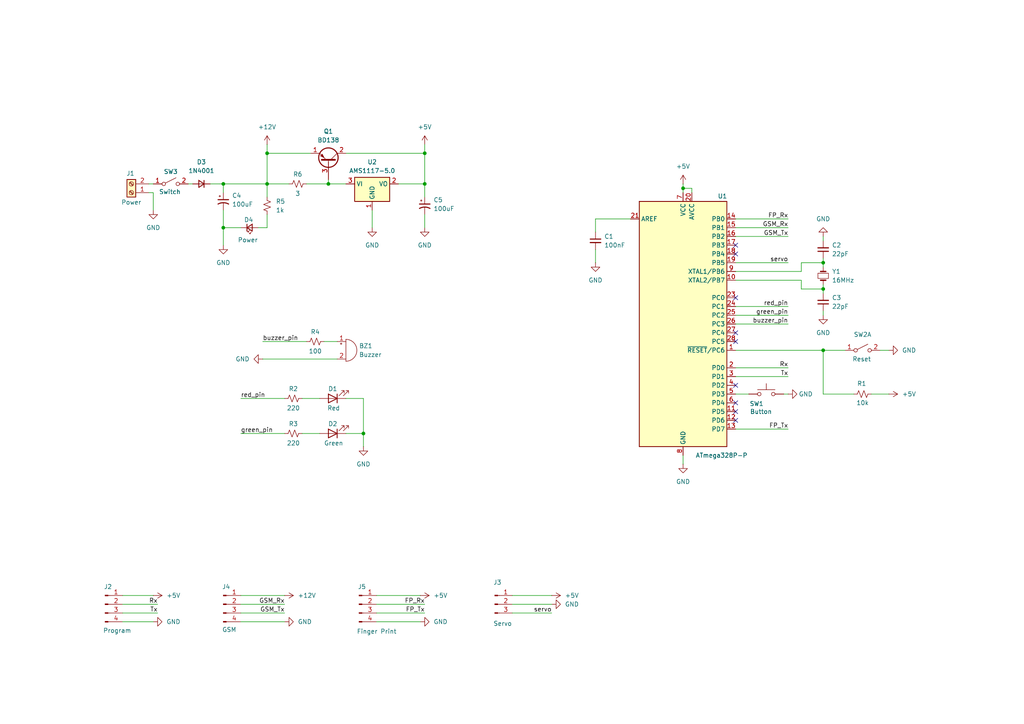
<source format=kicad_sch>
(kicad_sch (version 20231120) (generator "eeschema") (generator_version "8.0")
  (paper "A4")
  (lib_symbols
    (symbol "Connector:Conn_01x03_Pin" (pin_names (offset 1.016) hide)
      (property "Reference" "J" (at 0 5.08 0))
      (property "Value" "Conn_01x03_Pin" (at 0 -5.08 0))
      (symbol "Conn_01x03_Pin_1_1"
        (polyline (pts (xy 1.27 -2.54) (xy 0.8636 -2.54)) (stroke (width 0.1524)))
        (polyline (pts (xy 1.27 0) (xy 0.8636 0)) (stroke (width 0.1524)))
        (polyline (pts (xy 1.27 2.54) (xy 0.8636 2.54)) (stroke (width 0.1524)))
        (rectangle (start 0.8636 -2.413) (end 0 -2.667) (stroke (width 0.1524)) (fill (type outline)))
        (rectangle (start 0.8636 0.127) (end 0 -0.127) (stroke (width 0.1524)) (fill (type outline)))
        (rectangle (start 0.8636 2.667) (end 0 2.413) (stroke (width 0.1524)) (fill (type outline)))
        (pin passive line (at 5.08 2.54 180) (length 3.81) (name "Pin_1") (number "1"))
        (pin passive line (at 5.08 0 180) (length 3.81) (name "Pin_2") (number "2"))
        (pin passive line (at 5.08 -2.54 180) (length 3.81) (name "Pin_3") (number "3"))
      )
    )
    (symbol "Connector:Conn_01x04_Pin" (pin_names (offset 1.016) hide)
      (property "Reference" "J" (at 0 5.08 0))
      (property "Value" "Conn_01x04_Pin" (at 0 -7.62 0))
      (symbol "Conn_01x04_Pin_1_1"
        (polyline (pts (xy 1.27 -5.08) (xy 0.8636 -5.08)) (stroke (width 0.1524)))
        (polyline (pts (xy 1.27 -2.54) (xy 0.8636 -2.54)) (stroke (width 0.1524)))
        (polyline (pts (xy 1.27 0) (xy 0.8636 0)) (stroke (width 0.1524)))
        (polyline (pts (xy 1.27 2.54) (xy 0.8636 2.54)) (stroke (width 0.1524)))
        (rectangle (start 0.8636 -4.953) (end 0 -5.207) (stroke (width 0.1524)) (fill (type outline)))
        (rectangle (start 0.8636 -2.413) (end 0 -2.667) (stroke (width 0.1524)) (fill (type outline)))
        (rectangle (start 0.8636 0.127) (end 0 -0.127) (stroke (width 0.1524)) (fill (type outline)))
        (rectangle (start 0.8636 2.667) (end 0 2.413) (stroke (width 0.1524)) (fill (type outline)))
        (pin passive line (at 5.08 2.54 180) (length 3.81) (name "Pin_1") (number "1"))
        (pin passive line (at 5.08 0 180) (length 3.81) (name "Pin_2") (number "2"))
        (pin passive line (at 5.08 -2.54 180) (length 3.81) (name "Pin_3") (number "3"))
        (pin passive line (at 5.08 -5.08 180) (length 3.81) (name "Pin_4") (number "4"))
      )
    )
    (symbol "Connector:Screw_Terminal_01x02" (pin_names (offset 1.016) hide)
      (property "Reference" "J" (at 0 2.54 0))
      (property "Value" "Screw_Terminal_01x02" (at 0 -5.08 0))
      (symbol "Screw_Terminal_01x02_1_1"
        (rectangle (start -1.27 1.27) (end 1.27 -3.81) (stroke (width 0.254)) (fill (type background)))
        (circle (center 0 -2.54) (radius 0.635) (stroke (width 0.1524)))
        (polyline (pts (xy -0.5334 -2.2098) (xy 0.3302 -3.048)) (stroke (width 0.1524)))
        (polyline (pts (xy -0.5334 0.3302) (xy 0.3302 -0.508)) (stroke (width 0.1524)))
        (polyline (pts (xy -0.3556 -2.032) (xy 0.508 -2.8702)) (stroke (width 0.1524)))
        (polyline (pts (xy -0.3556 0.508) (xy 0.508 -0.3302)) (stroke (width 0.1524)))
        (circle (center 0 0) (radius 0.635) (stroke (width 0.1524)))
        (pin passive line (at -5.08 0 0) (length 3.81) (name "Pin_1") (number "1"))
        (pin passive line (at -5.08 -2.54 0) (length 3.81) (name "Pin_2") (number "2"))
      )
    )
    (symbol "Device:Buzzer" (pin_names (offset 0.0254) hide)
      (property "Reference" "BZ" (at 3.81 1.27 0))
      (property "Value" "Buzzer" (at 3.81 -1.27 0))
      (symbol "Buzzer_0_1"
        (arc (start 0 -3.175) (mid 3.1612 0) (end 0 3.175))
        (polyline (pts (xy -1.651 1.905) (xy -1.143 1.905)))
        (polyline (pts (xy -1.397 2.159) (xy -1.397 1.651)))
        (polyline (pts (xy 0 3.175) (xy 0 -3.175)))
      )
      (symbol "Buzzer_1_1"
        (pin passive line (at -2.54 2.54 0) (length 2.54) (name "+") (number "1"))
        (pin passive line (at -2.54 -2.54 0) (length 2.54) (name "-") (number "2"))
      )
    )
    (symbol "Device:C_Polarized_Small_US" (pin_numbers hide) (pin_names (offset 0.254) hide)
      (property "Reference" "C" (at 0.254 1.778 0))
      (property "Value" "C_Polarized_Small_US" (at 0.254 -2.032 0))
      (symbol "C_Polarized_Small_US_0_1"
        (polyline (pts (xy -1.524 0.508) (xy 1.524 0.508)) (stroke (width 0.3048)))
        (polyline (pts (xy -1.27 1.524) (xy -0.762 1.524)))
        (polyline (pts (xy -1.016 1.27) (xy -1.016 1.778)))
        (arc (start 1.524 -0.762) (mid 0 -0.3734) (end -1.524 -0.762) (stroke (width 0.3048)))
      )
      (symbol "C_Polarized_Small_US_1_1"
        (pin passive line (at 0 2.54 270) (length 2.032) (name "~") (number "1"))
        (pin passive line (at 0 -2.54 90) (length 2.032) (name "~") (number "2"))
      )
    )
    (symbol "Device:C_Small" (pin_numbers hide) (pin_names (offset 0.254) hide)
      (property "Reference" "C" (at 0.254 1.778 0))
      (property "Value" "C_Small" (at 0.254 -2.032 0))
      (symbol "C_Small_0_1"
        (polyline (pts (xy -1.524 -0.508) (xy 1.524 -0.508)) (stroke (width 0.3302)))
        (polyline (pts (xy -1.524 0.508) (xy 1.524 0.508)) (stroke (width 0.3048)))
      )
      (symbol "C_Small_1_1"
        (pin passive line (at 0 2.54 270) (length 2.032) (name "~") (number "1"))
        (pin passive line (at 0 -2.54 90) (length 2.032) (name "~") (number "2"))
      )
    )
    (symbol "Device:Crystal_Small" (pin_numbers hide) (pin_names (offset 1.016) hide)
      (property "Reference" "Y" (at 0 2.54 0))
      (property "Value" "Crystal_Small" (at 0 -2.54 0))
      (symbol "Crystal_Small_0_1"
        (rectangle (start -0.762 -1.524) (end 0.762 1.524))
        (polyline (pts (xy -1.27 -0.762) (xy -1.27 0.762)) (stroke (width 0.381)))
        (polyline (pts (xy 1.27 -0.762) (xy 1.27 0.762)) (stroke (width 0.381)))
      )
      (symbol "Crystal_Small_1_1"
        (pin passive line (at -2.54 0 0) (length 1.27) (name "1") (number "1"))
        (pin passive line (at 2.54 0 180) (length 1.27) (name "2") (number "2"))
      )
    )
    (symbol "Device:D_Small" (pin_numbers hide) (pin_names (offset 0.254) hide)
      (property "Reference" "D" (at -1.27 2.032 0))
      (property "Value" "D_Small" (at -3.81 -2.032 0))
      (symbol "D_Small_0_1"
        (polyline (pts (xy -0.762 -1.016) (xy -0.762 1.016)) (stroke (width 0.254)))
        (polyline (pts (xy -0.762 0) (xy 0.762 0)))
        (polyline (pts (xy 0.762 -1.016) (xy -0.762 0) (xy 0.762 1.016) (xy 0.762 -1.016)) (stroke (width 0.254)))
      )
      (symbol "D_Small_1_1"
        (pin passive line (at -2.54 0 0) (length 1.778) (name "K") (number "1"))
        (pin passive line (at 2.54 0 180) (length 1.778) (name "A") (number "2"))
      )
    )
    (symbol "Device:LED" (pin_numbers hide) (pin_names (offset 1.016) hide)
      (property "Reference" "D" (at 0 2.54 0))
      (property "Value" "LED" (at 0 -2.54 0))
      (symbol "LED_0_1"
        (polyline (pts (xy -1.27 -1.27) (xy -1.27 1.27)) (stroke (width 0.254)))
        (polyline (pts (xy -1.27 0) (xy 1.27 0)))
        (polyline (pts (xy 1.27 -1.27) (xy 1.27 1.27) (xy -1.27 0) (xy 1.27 -1.27)) (stroke (width 0.254)))
        (polyline (pts (xy -3.048 -0.762) (xy -4.572 -2.286) (xy -3.81 -2.286) (xy -4.572 -2.286) (xy -4.572 -1.524)))
        (polyline (pts (xy -1.778 -0.762) (xy -3.302 -2.286) (xy -2.54 -2.286) (xy -3.302 -2.286) (xy -3.302 -1.524)))
      )
      (symbol "LED_1_1"
        (pin passive line (at -3.81 0 0) (length 2.54) (name "K") (number "1"))
        (pin passive line (at 3.81 0 180) (length 2.54) (name "A") (number "2"))
      )
    )
    (symbol "Device:LED_Small" (pin_numbers hide) (pin_names (offset 0.254) hide)
      (property "Reference" "D" (at -1.27 3.175 0))
      (property "Value" "LED_Small" (at -4.445 -2.54 0))
      (symbol "LED_Small_0_1"
        (polyline (pts (xy -0.762 -1.016) (xy -0.762 1.016)) (stroke (width 0.254)))
        (polyline (pts (xy 1.016 0) (xy -0.762 0)))
        (polyline (pts (xy 0.762 -1.016) (xy -0.762 0) (xy 0.762 1.016) (xy 0.762 -1.016)) (stroke (width 0.254)))
        (polyline (pts (xy 0 0.762) (xy -0.508 1.27) (xy -0.254 1.27) (xy -0.508 1.27) (xy -0.508 1.016)))
        (polyline (pts (xy 0.508 1.27) (xy 0 1.778) (xy 0.254 1.778) (xy 0 1.778) (xy 0 1.524)))
      )
      (symbol "LED_Small_1_1"
        (pin passive line (at -2.54 0 0) (length 1.778) (name "K") (number "1"))
        (pin passive line (at 2.54 0 180) (length 1.778) (name "A") (number "2"))
      )
    )
    (symbol "Device:R_Small_US" (pin_numbers hide) (pin_names (offset 0.254) hide)
      (property "Reference" "R" (at 0.762 0.508 0))
      (property "Value" "R_Small_US" (at 0.762 -1.016 0))
      (symbol "R_Small_US_1_1"
        (polyline (pts (xy 0 0) (xy 1.016 -0.381) (xy 0 -0.762) (xy -1.016 -1.143) (xy 0 -1.524)))
        (polyline (pts (xy 0 1.524) (xy 1.016 1.143) (xy 0 0.762) (xy -1.016 0.381) (xy 0 0)))
        (pin passive line (at 0 2.54 270) (length 1.016) (name "~") (number "1"))
        (pin passive line (at 0 -2.54 90) (length 1.016) (name "~") (number "2"))
      )
    )
    (symbol "MCU_Microchip_ATmega:ATmega328P-P"
      (property "Reference" "U" (at -12.7 36.83 0))
      (property "Value" "ATmega328P-P" (at 2.54 -36.83 0))
      (symbol "ATmega328P-P_0_1"
        (rectangle (start -12.7 -35.56) (end 12.7 35.56) (stroke (width 0.254)) (fill (type background)))
      )
      (symbol "ATmega328P-P_1_1"
        (pin bidirectional line (at 15.24 -7.62 180) (length 2.54) (name "~{RESET}/PC6") (number "1"))
        (pin bidirectional line (at 15.24 12.7 180) (length 2.54) (name "XTAL2/PB7") (number "10"))
        (pin bidirectional line (at 15.24 -25.4 180) (length 2.54) (name "PD5") (number "11"))
        (pin bidirectional line (at 15.24 -27.94 180) (length 2.54) (name "PD6") (number "12"))
        (pin bidirectional line (at 15.24 -30.48 180) (length 2.54) (name "PD7") (number "13"))
        (pin bidirectional line (at 15.24 30.48 180) (length 2.54) (name "PB0") (number "14"))
        (pin bidirectional line (at 15.24 27.94 180) (length 2.54) (name "PB1") (number "15"))
        (pin bidirectional line (at 15.24 25.4 180) (length 2.54) (name "PB2") (number "16"))
        (pin bidirectional line (at 15.24 22.86 180) (length 2.54) (name "PB3") (number "17"))
        (pin bidirectional line (at 15.24 20.32 180) (length 2.54) (name "PB4") (number "18"))
        (pin bidirectional line (at 15.24 17.78 180) (length 2.54) (name "PB5") (number "19"))
        (pin bidirectional line (at 15.24 -12.7 180) (length 2.54) (name "PD0") (number "2"))
        (pin power_in line (at 2.54 38.1 270) (length 2.54) (name "AVCC") (number "20"))
        (pin passive line (at -15.24 30.48 0) (length 2.54) (name "AREF") (number "21"))
        (pin passive line (at 0 -38.1 90) (length 2.54) hide (name "GND") (number "22"))
        (pin bidirectional line (at 15.24 7.62 180) (length 2.54) (name "PC0") (number "23"))
        (pin bidirectional line (at 15.24 5.08 180) (length 2.54) (name "PC1") (number "24"))
        (pin bidirectional line (at 15.24 2.54 180) (length 2.54) (name "PC2") (number "25"))
        (pin bidirectional line (at 15.24 0 180) (length 2.54) (name "PC3") (number "26"))
        (pin bidirectional line (at 15.24 -2.54 180) (length 2.54) (name "PC4") (number "27"))
        (pin bidirectional line (at 15.24 -5.08 180) (length 2.54) (name "PC5") (number "28"))
        (pin bidirectional line (at 15.24 -15.24 180) (length 2.54) (name "PD1") (number "3"))
        (pin bidirectional line (at 15.24 -17.78 180) (length 2.54) (name "PD2") (number "4"))
        (pin bidirectional line (at 15.24 -20.32 180) (length 2.54) (name "PD3") (number "5"))
        (pin bidirectional line (at 15.24 -22.86 180) (length 2.54) (name "PD4") (number "6"))
        (pin power_in line (at 0 38.1 270) (length 2.54) (name "VCC") (number "7"))
        (pin power_in line (at 0 -38.1 90) (length 2.54) (name "GND") (number "8"))
        (pin bidirectional line (at 15.24 15.24 180) (length 2.54) (name "XTAL1/PB6") (number "9"))
      )
    )
    (symbol "Regulator_Linear:AMS1117-5.0"
      (property "Reference" "U" (at -3.81 3.175 0))
      (property "Value" "AMS1117-5.0" (at 0 3.175 0))
      (symbol "AMS1117-5.0_0_1"
        (rectangle (start -5.08 -5.08) (end 5.08 1.905) (stroke (width 0.254)) (fill (type background)))
      )
      (symbol "AMS1117-5.0_1_1"
        (pin power_in line (at 0 -7.62 90) (length 2.54) (name "GND") (number "1"))
        (pin power_out line (at 7.62 0 180) (length 2.54) (name "VO") (number "2"))
        (pin power_in line (at -7.62 0 0) (length 2.54) (name "VI") (number "3"))
      )
    )
    (symbol "Switch:SW_DPST_x2" (pin_names (offset 0) hide)
      (property "Reference" "SW" (at 0 3.175 0))
      (property "Value" "SW_DPST_x2" (at 0 -2.54 0))
      (symbol "SW_DPST_x2_0_0"
        (circle (center -2.032 0) (radius 0.508))
        (polyline (pts (xy -1.524 0.254) (xy 1.524 1.778)))
        (circle (center 2.032 0) (radius 0.508))
      )
      (symbol "SW_DPST_x2_1_1"
        (pin passive line (at -5.08 0 0) (length 2.54) (name "A") (number "1"))
        (pin passive line (at 5.08 0 180) (length 2.54) (name "B") (number "2"))
      )
      (symbol "SW_DPST_x2_2_1"
        (pin passive line (at -5.08 0 0) (length 2.54) (name "A") (number "3"))
        (pin passive line (at 5.08 0 180) (length 2.54) (name "B") (number "4"))
      )
    )
    (symbol "Switch:SW_Push" (pin_numbers hide) (pin_names (offset 1.016) hide)
      (property "Reference" "SW" (at 1.27 2.54 0))
      (property "Value" "SW_Push" (at 0 -1.524 0))
      (symbol "SW_Push_0_1"
        (circle (center -2.032 0) (radius 0.508))
        (polyline (pts (xy 0 1.27) (xy 0 3.048)))
        (polyline (pts (xy 2.54 1.27) (xy -2.54 1.27)))
        (circle (center 2.032 0) (radius 0.508))
        (pin passive line (at -5.08 0 0) (length 2.54) (name "1") (number "1"))
        (pin passive line (at 5.08 0 180) (length 2.54) (name "2") (number "2"))
      )
    )
    (symbol "Switch:SW_SPST" (pin_names (offset 0) hide)
      (property "Reference" "SW" (at 0 3.175 0))
      (property "Value" "SW_SPST" (at 0 -2.54 0))
      (symbol "SW_SPST_0_0"
        (circle (center -2.032 0) (radius 0.508))
        (polyline (pts (xy -1.524 0.254) (xy 1.524 1.778)))
        (circle (center 2.032 0) (radius 0.508))
      )
      (symbol "SW_SPST_1_1"
        (pin passive line (at -5.08 0 0) (length 2.54) (name "A") (number "1"))
        (pin passive line (at 5.08 0 180) (length 2.54) (name "B") (number "2"))
      )
    )
    (symbol "Transistor_BJT:BD138" (pin_names (offset 0) hide)
      (property "Reference" "Q" (at 5.08 1.905 0))
      (property "Value" "BD138" (at 5.08 0 0))
      (symbol "BD138_0_1"
        (polyline (pts (xy 0 0) (xy 0.635 0)))
        (polyline (pts (xy 2.54 -2.54) (xy 0.635 -0.635)))
        (polyline (pts (xy 2.54 2.54) (xy 0.635 0.635)))
        (polyline (pts (xy 0.635 1.905) (xy 0.635 -1.905) (xy 0.635 -1.905)) (stroke (width 0.508)) (fill (type outline)))
        (polyline (pts (xy 1.778 -2.286) (xy 2.286 -1.778) (xy 1.27 -1.27) (xy 1.778 -2.286) (xy 1.778 -2.286)) (fill (type outline)))
        (circle (center 1.27 0) (radius 2.8194) (stroke (width 0.3048)))
      )
      (symbol "BD138_1_1"
        (pin passive line (at 2.54 -5.08 90) (length 2.54) (name "E") (number "1"))
        (pin passive line (at 2.54 5.08 270) (length 2.54) (name "C") (number "2"))
        (pin input line (at -5.08 0 0) (length 5.08) (name "B") (number "3"))
      )
    )
    (symbol "power:+12V" (power) (pin_numbers hide) (pin_names (offset 0) hide)
      (property "Value" "+12V" (at 0 3.556 0))
      (symbol "+12V_0_1"
        (polyline (pts (xy -0.762 1.27) (xy 0 2.54)))
        (polyline (pts (xy 0 0) (xy 0 2.54)))
        (polyline (pts (xy 0 2.54) (xy 0.762 1.27)))
      )
      (symbol "+12V_1_1"
        (pin power_in line (at 0 0 90) (length 0) (name "~") (number "1"))
      )
    )
    (symbol "power:+3.3V" (power) (pin_numbers hide) (pin_names (offset 0) hide)
      (property "Value" "+3.3V" (at 0 3.556 0))
      (symbol "+3.3V_0_1"
        (polyline (pts (xy -0.762 1.27) (xy 0 2.54)))
        (polyline (pts (xy 0 0) (xy 0 2.54)))
        (polyline (pts (xy 0 2.54) (xy 0.762 1.27)))
      )
      (symbol "+3.3V_1_1"
        (pin power_in line (at 0 0 90) (length 0) (name "~") (number "1"))
      )
    )
    (symbol "power:+5V" (power) (pin_numbers hide) (pin_names (offset 0) hide)
      (property "Value" "+5V" (at 0 3.556 0))
      (symbol "+5V_0_1"
        (polyline (pts (xy -0.762 1.27) (xy 0 2.54)))
        (polyline (pts (xy 0 0) (xy 0 2.54)))
        (polyline (pts (xy 0 2.54) (xy 0.762 1.27)))
      )
      (symbol "+5V_1_1"
        (pin power_in line (at 0 0 90) (length 0) (name "~") (number "1"))
      )
    )
    (symbol "power:GND" (power) (pin_numbers hide) (pin_names (offset 0) hide)
      (property "Value" "GND" (at 0 -3.81 0))
      (symbol "GND_0_1"
        (polyline (pts (xy 0 0) (xy 0 -1.27) (xy 1.27 -1.27) (xy 0 -2.54) (xy -1.27 -1.27) (xy 0 -1.27)))
      )
      (symbol "GND_1_1"
        (pin power_in line (at 0 0 270) (length 0) (name "~") (number "1"))
      )
    )
  )
  (junction (at 105.41 125.73))
  (junction (at 77.47 44.45))
  (junction (at 64.77 66.04))
  (junction (at 77.47 53.34))
  (junction (at 64.77 53.34))
  (junction (at 95.25 53.34))
  (junction (at 238.76 83.82))
  (junction (at 198.12 54.61))
  (junction (at 123.19 53.34))
  (junction (at 123.19 44.45))
  (junction (at 238.76 101.6))
  (junction (at 238.76 76.2))
  (no_connect (at 213.36 73.66))
  (no_connect (at 213.36 116.84))
  (no_connect (at 213.36 121.92))
  (no_connect (at 213.36 111.76))
  (no_connect (at 213.36 119.38))
  (no_connect (at 213.36 86.36))
  (no_connect (at 213.36 71.12))
  (no_connect (at 213.36 96.52))
  (no_connect (at 213.36 99.06))
  (wire (pts (xy 123.19 62.23) (xy 123.19 66.04)))
  (wire (pts (xy 247.65 114.3) (xy 238.76 114.3)))
  (wire (pts (xy 60.96 53.34) (xy 64.77 53.34)))
  (wire (pts (xy 232.41 76.2) (xy 232.41 78.74)))
  (wire (pts (xy 115.57 53.34) (xy 123.19 53.34)))
  (wire (pts (xy 213.36 124.46) (xy 228.6 124.46)))
  (wire (pts (xy 69.85 66.04) (xy 64.77 66.04)))
  (wire (pts (xy 69.85 115.57) (xy 82.55 115.57)))
  (wire (pts (xy 148.59 177.8) (xy 160.02 177.8)))
  (wire (pts (xy 77.47 66.04) (xy 77.47 62.23)))
  (wire (pts (xy 200.66 55.88) (xy 200.66 54.61)))
  (wire (pts (xy 95.25 53.34) (xy 100.33 53.34)))
  (wire (pts (xy 172.72 72.39) (xy 172.72 76.2)))
  (wire (pts (xy 238.76 82.55) (xy 238.76 83.82)))
  (wire (pts (xy 238.76 76.2) (xy 232.41 76.2)))
  (wire (pts (xy 54.61 53.34) (xy 55.88 53.34)))
  (wire (pts (xy 77.47 53.34) (xy 77.47 57.15)))
  (wire (pts (xy 100.33 44.45) (xy 123.19 44.45)))
  (wire (pts (xy 238.76 68.58) (xy 238.76 69.85)))
  (wire (pts (xy 213.36 88.9) (xy 228.6 88.9)))
  (wire (pts (xy 105.41 115.57) (xy 105.41 125.73)))
  (wire (pts (xy 198.12 54.61) (xy 198.12 55.88)))
  (wire (pts (xy 198.12 132.08) (xy 198.12 134.62)))
  (wire (pts (xy 93.98 99.06) (xy 97.79 99.06)))
  (wire (pts (xy 77.47 53.34) (xy 83.82 53.34)))
  (wire (pts (xy 238.76 74.93) (xy 238.76 76.2)))
  (wire (pts (xy 76.2 104.14) (xy 97.79 104.14)))
  (wire (pts (xy 69.85 177.8) (xy 82.55 177.8)))
  (wire (pts (xy 35.56 172.72) (xy 44.45 172.72)))
  (wire (pts (xy 238.76 76.2) (xy 238.76 77.47)))
  (wire (pts (xy 232.41 78.74) (xy 213.36 78.74)))
  (wire (pts (xy 200.66 54.61) (xy 198.12 54.61)))
  (wire (pts (xy 69.85 180.34) (xy 82.55 180.34)))
  (wire (pts (xy 87.63 125.73) (xy 92.71 125.73)))
  (wire (pts (xy 213.36 109.22) (xy 228.6 109.22)))
  (wire (pts (xy 213.36 93.98) (xy 228.6 93.98)))
  (wire (pts (xy 95.25 52.07) (xy 95.25 53.34)))
  (wire (pts (xy 213.36 106.68) (xy 228.6 106.68)))
  (wire (pts (xy 213.36 76.2) (xy 228.6 76.2)))
  (wire (pts (xy 232.41 81.28) (xy 232.41 83.82)))
  (wire (pts (xy 238.76 114.3) (xy 238.76 101.6)))
  (wire (pts (xy 109.22 172.72) (xy 121.92 172.72)))
  (wire (pts (xy 76.2 99.06) (xy 88.9 99.06)))
  (wire (pts (xy 44.45 55.88) (xy 43.18 55.88)))
  (wire (pts (xy 227.33 114.3) (xy 228.6 114.3)))
  (wire (pts (xy 64.77 53.34) (xy 64.77 55.88)))
  (wire (pts (xy 35.56 175.26) (xy 45.72 175.26)))
  (wire (pts (xy 213.36 81.28) (xy 232.41 81.28)))
  (wire (pts (xy 213.36 66.04) (xy 228.6 66.04)))
  (wire (pts (xy 238.76 83.82) (xy 238.76 85.09)))
  (wire (pts (xy 44.45 55.88) (xy 44.45 60.96)))
  (wire (pts (xy 107.95 60.96) (xy 107.95 66.04)))
  (wire (pts (xy 182.88 63.5) (xy 172.72 63.5)))
  (wire (pts (xy 213.36 68.58) (xy 228.6 68.58)))
  (wire (pts (xy 109.22 175.26) (xy 123.19 175.26)))
  (wire (pts (xy 35.56 180.34) (xy 44.45 180.34)))
  (wire (pts (xy 74.93 66.04) (xy 77.47 66.04)))
  (wire (pts (xy 172.72 63.5) (xy 172.72 67.31)))
  (wire (pts (xy 77.47 44.45) (xy 90.17 44.45)))
  (wire (pts (xy 123.19 41.91) (xy 123.19 44.45)))
  (wire (pts (xy 213.36 101.6) (xy 238.76 101.6)))
  (wire (pts (xy 232.41 83.82) (xy 238.76 83.82)))
  (wire (pts (xy 100.33 115.57) (xy 105.41 115.57)))
  (wire (pts (xy 148.59 172.72) (xy 160.02 172.72)))
  (wire (pts (xy 77.47 44.45) (xy 77.47 53.34)))
  (wire (pts (xy 123.19 53.34) (xy 123.19 57.15)))
  (wire (pts (xy 64.77 66.04) (xy 64.77 71.12)))
  (wire (pts (xy 252.73 114.3) (xy 257.81 114.3)))
  (wire (pts (xy 148.59 175.26) (xy 160.02 175.26)))
  (wire (pts (xy 87.63 115.57) (xy 92.71 115.57)))
  (wire (pts (xy 69.85 172.72) (xy 82.55 172.72)))
  (wire (pts (xy 88.9 53.34) (xy 95.25 53.34)))
  (wire (pts (xy 238.76 101.6) (xy 245.11 101.6)))
  (wire (pts (xy 100.33 125.73) (xy 105.41 125.73)))
  (wire (pts (xy 105.41 125.73) (xy 105.41 129.54)))
  (wire (pts (xy 44.45 53.34) (xy 43.18 53.34)))
  (wire (pts (xy 35.56 177.8) (xy 45.72 177.8)))
  (wire (pts (xy 238.76 90.17) (xy 238.76 91.44)))
  (wire (pts (xy 123.19 44.45) (xy 123.19 53.34)))
  (wire (pts (xy 213.36 63.5) (xy 228.6 63.5)))
  (wire (pts (xy 255.27 101.6) (xy 257.81 101.6)))
  (wire (pts (xy 69.85 175.26) (xy 82.55 175.26)))
  (wire (pts (xy 64.77 66.04) (xy 64.77 60.96)))
  (wire (pts (xy 198.12 54.61) (xy 198.12 53.34)))
  (wire (pts (xy 213.36 114.3) (xy 217.17 114.3)))
  (wire (pts (xy 77.47 41.91) (xy 77.47 44.45)))
  (wire (pts (xy 69.85 125.73) (xy 82.55 125.73)))
  (wire (pts (xy 64.77 53.34) (xy 77.47 53.34)))
  (wire (pts (xy 109.22 180.34) (xy 121.92 180.34)))
  (wire (pts (xy 109.22 177.8) (xy 123.19 177.8)))
  (wire (pts (xy 213.36 91.44) (xy 228.6 91.44)))
  (label "FP_Rx" (at 228.6 63.5 180))
  (label "GSM_Tx" (at 228.6 68.58 180))
  (label "servo" (at 228.6 76.2 180))
  (label "FP_Tx" (at 123.19 177.8 180))
  (label "servo" (at 160.02 177.8 180))
  (label "green_pin" (at 228.6 91.44 180))
  (label "Tx" (at 228.6 109.22 180))
  (label "Tx" (at 45.72 177.8 180))
  (label "Rx" (at 45.72 175.26 180))
  (label "buzzer_pin" (at 228.6 93.98 180))
  (label "red_pin" (at 228.6 88.9 180))
  (label "FP_Tx" (at 228.6 124.46 180))
  (label "GSM_Tx" (at 82.55 177.8 180))
  (label "Rx" (at 228.6 106.68 180))
  (label "buzzer_pin" (at 76.2 99.06 0))
  (label "FP_Rx" (at 123.19 175.26 180))
  (label "GSM_Rx" (at 228.6 66.04 180))
  (label "green_pin" (at 69.85 125.73 0))
  (label "GSM_Rx" (at 82.55 175.26 180))
  (label "red_pin" (at 69.85 115.57 0))
  (symbol (lib_id "power:GND") (at 44.45 180.34 90) (unit 1)
    (property "Reference" "#PWR018" (effects (hide yes)))
    (property "Value" "GND" (at 48.26 180.3399 90) (effects (justify right)))
    (property "Description" "Power symbol creates a global label with name \"GND\" , ground" (effects (hide yes)))
  )
  (symbol (lib_id "Device:R_Small_US") (at 77.47 59.69 0) (unit 1)
    (property "Reference" "R5" (at 80.01 58.4199 0) (effects (justify left)))
    (property "Value" "1k" (at 80.01 60.9599 0) (effects (justify left)))
    (property "Footprint" "Resistor_THT:R_Axial_DIN0207_L6.3mm_D2.5mm_P10.16mm_Horizontal" (effects (hide yes)))
    (property "Description" "Resistor, small US symbol" (effects (hide yes)))
  )
  (symbol (lib_id "power:GND") (at 76.2 104.14 270) (unit 1)
    (property "Reference" "#PWR09" (effects (hide yes)))
    (property "Value" "GND" (at 72.39 104.1399 90) (effects (justify right)))
    (property "Description" "Power symbol creates a global label with name \"GND\" , ground" (effects (hide yes)))
  )
  (symbol (lib_id "Connector:Conn_01x03_Pin") (at 143.51 175.26 0) (unit 1)
    (property "Reference" "J3" (at 144.272 168.91 0))
    (property "Value" "Servo" (at 145.796 180.848 0))
    (property "Footprint" "Connector_PinHeader_2.54mm:PinHeader_1x03_P2.54mm_Vertical" (effects (hide yes)))
    (property "Description" "Generic connector, single row, 01x03, script generated" (effects (hide yes)))
  )
  (symbol (lib_id "power:GND") (at 228.6 114.3 90) (unit 1)
    (property "Reference" "#PWR04" (effects (hide yes)))
    (property "Value" "GND" (at 231.648 114.3 90) (effects (justify right)))
    (property "Description" "Power symbol creates a global label with name \"GND\" , ground" (effects (hide yes)))
  )
  (symbol (lib_id "Device:C_Polarized_Small_US") (at 123.19 59.69 0) (unit 1)
    (property "Reference" "C5" (at 125.73 57.9881 0) (effects (justify left)))
    (property "Value" "100uF" (at 125.73 60.5281 0) (effects (justify left)))
    (property "Footprint" "Capacitor_THT:CP_Radial_D5.0mm_P2.50mm" (effects (hide yes)))
    (property "Description" "Polarized capacitor, small US symbol" (effects (hide yes)))
  )
  (symbol (lib_id "Device:R_Small_US") (at 85.09 125.73 90) (unit 1)
    (property "Reference" "R3" (at 85.09 122.936 90))
    (property "Value" "220" (at 85.09 128.524 90))
    (property "Footprint" "Resistor_THT:R_Axial_DIN0207_L6.3mm_D2.5mm_P10.16mm_Horizontal" (effects (hide yes)))
    (property "Description" "Resistor, small US symbol" (effects (hide yes)))
  )
  (symbol (lib_id "Switch:SW_DPST_x2") (at 250.19 101.6 0) (unit 1)
    (property "Reference" "SW2" (at 250.19 97.028 0))
    (property "Value" "Reset" (at 249.936 104.14 0))
    (property "Footprint" "Button_Switch_THT:SW_PUSH_6mm" (effects (hide yes)))
    (property "Description" "Single Pole Single Throw (SPST) switch, separate symbol" (effects (hide yes)))
  )
  (symbol (lib_id "power:GND") (at 238.76 91.44 0) (unit 1)
    (property "Reference" "#PWR06" (effects (hide yes)))
    (property "Value" "GND" (at 238.76 96.52 0))
    (property "Description" "Power symbol creates a global label with name \"GND\" , ground" (effects (hide yes)))
  )
  (symbol (lib_id "power:GND") (at 238.76 68.58 180) (unit 1)
    (property "Reference" "#PWR05" (effects (hide yes)))
    (property "Value" "GND" (at 238.76 63.5 0))
    (property "Description" "Power symbol creates a global label with name \"GND\" , ground" (effects (hide yes)))
  )
  (symbol (lib_id "power:GND") (at 257.81 101.6 90) (unit 1)
    (property "Reference" "#PWR07" (effects (hide yes)))
    (property "Value" "GND" (at 261.62 101.5999 90) (effects (justify right)))
    (property "Description" "Power symbol creates a global label with name \"GND\" , ground" (effects (hide yes)))
  )
  (symbol (lib_id "Connector:Conn_01x04_Pin") (at 104.14 175.26 0) (unit 1)
    (property "Reference" "J5" (at 106.172 170.18 0) (effects (justify right)))
    (property "Value" "Finger Print" (at 115.062 183.134 0) (effects (justify right)))
    (property "Footprint" "Connector_PinHeader_2.54mm:PinHeader_1x04_P2.54mm_Vertical" (effects (hide yes)))
    (property "Description" "Generic connector, single row, 01x04, script generated" (effects (hide yes)))
  )
  (symbol (lib_id "power:+5V") (at 44.45 172.72 270) (unit 1)
    (property "Reference" "#PWR017" (effects (hide yes)))
    (property "Value" "+5V" (at 48.26 172.7199 90) (effects (justify left)))
    (property "Description" "Power symbol creates a global label with name \"+5V\"" (effects (hide yes)))
  )
  (symbol (lib_id "Switch:SW_SPST") (at 49.53 53.34 0) (unit 1)
    (property "Reference" "SW3" (at 49.53 49.784 0))
    (property "Value" "Switch" (at 49.276 55.626 0))
    (property "Footprint" "TestPoint:TestPoint_2Pads_Pitch2.54mm_Drill0.8mm" (effects (hide yes)))
    (property "Description" "Single Pole Single Throw (SPST) switch" (effects (hide yes)))
  )
  (symbol (lib_id "power:GND") (at 121.92 180.34 90) (unit 1)
    (property "Reference" "#PWR024" (effects (hide yes)))
    (property "Value" "GND" (at 125.73 180.3399 90) (effects (justify right)))
    (property "Description" "Power symbol creates a global label with name \"GND\" , ground" (effects (hide yes)))
  )
  (symbol (lib_id "power:GND") (at 44.45 60.96 0) (unit 1)
    (property "Reference" "#PWR011" (effects (hide yes)))
    (property "Value" "GND" (at 44.45 66.04 0))
    (property "Description" "Power symbol creates a global label with name \"GND\" , ground" (effects (hide yes)))
  )
  (symbol (lib_id "Transistor_BJT:BD138") (at 95.25 46.99 270) (mirror x) (unit 1)
    (property "Reference" "Q1" (at 95.25 38.1 90))
    (property "Value" "BD138" (at 95.25 40.64 90))
    (property "Footprint" "Package_TO_SOT_THT:TO-126-3_Vertical" (effects (hide yes)))
    (property "Datasheet" "http://www.st.com/internet/com/TECHNICAL_RESOURCES/TECHNICAL_LITERATURE/DATASHEET/CD00001225.pdf" (effects (hide yes)))
    (property "Description" "1.5A Ic, 60V Vce, Low Voltage Transistor, TO-126" (effects (hide yes)))
  )
  (symbol (lib_id "Device:C_Small") (at 172.72 69.85 0) (unit 1)
    (property "Reference" "C1" (at 175.26 68.5862 0) (effects (justify left)))
    (property "Value" "100nF" (at 175.26 71.1262 0) (effects (justify left)))
    (property "Footprint" "Capacitor_THT:C_Disc_D3.0mm_W1.6mm_P2.50mm" (effects (hide yes)))
    (property "Description" "Unpolarized capacitor, small symbol" (effects (hide yes)))
  )
  (symbol (lib_id "power:+5V") (at 257.81 114.3 270) (unit 1)
    (property "Reference" "#PWR08" (effects (hide yes)))
    (property "Value" "+5V" (at 261.62 114.2999 90) (effects (justify left)))
    (property "Description" "Power symbol creates a global label with name \"+5V\"" (effects (hide yes)))
  )
  (symbol (lib_id "power:+3.3V") (at 123.19 41.91 0) (unit 1)
    (property "Reference" "#PWR015" (effects (hide yes)))
    (property "Value" "+5V" (at 123.19 36.83 0))
    (property "Description" "Power symbol creates a global label with name \"+3.3V\"" (effects (hide yes)))
  )
  (symbol (lib_id "Device:C_Small") (at 238.76 87.63 180) (unit 1)
    (property "Reference" "C3" (at 241.3 86.3535 0) (effects (justify right)))
    (property "Value" "22pF" (at 241.3 88.8935 0) (effects (justify right)))
    (property "Footprint" "Capacitor_THT:C_Disc_D3.0mm_W1.6mm_P2.50mm" (effects (hide yes)))
    (property "Description" "Unpolarized capacitor, small symbol" (effects (hide yes)))
  )
  (symbol (lib_id "Device:C_Small") (at 238.76 72.39 180) (unit 1)
    (property "Reference" "C2" (at 241.3 71.1135 0) (effects (justify right)))
    (property "Value" "22pF" (at 241.3 73.6535 0) (effects (justify right)))
    (property "Footprint" "Capacitor_THT:C_Disc_D3.0mm_W1.6mm_P2.50mm" (effects (hide yes)))
    (property "Description" "Unpolarized capacitor, small symbol" (effects (hide yes)))
  )
  (symbol (lib_id "power:+12V") (at 82.55 172.72 270) (unit 1)
    (property "Reference" "#PWR021" (effects (hide yes)))
    (property "Value" "+12V" (at 86.36 172.7199 90) (effects (justify left)))
    (property "Description" "Power symbol creates a global label with name \"+12V\"" (effects (hide yes)))
  )
  (symbol (lib_id "Device:Buzzer") (at 100.33 101.6 0) (unit 1)
    (property "Reference" "BZ1" (at 104.14 100.3299 0) (effects (justify left)))
    (property "Value" "Buzzer" (at 104.14 102.8699 0) (effects (justify left)))
    (property "Footprint" "Buzzer_Beeper:Buzzer_12x9.5RM7.6" (effects (hide yes)))
    (property "Description" "Buzzer, polarized" (effects (hide yes)))
  )
  (symbol (lib_id "power:GND") (at 198.12 134.62 0) (unit 1)
    (property "Reference" "#PWR03" (effects (hide yes)))
    (property "Value" "GND" (at 198.12 139.7 0))
    (property "Description" "Power symbol creates a global label with name \"GND\" , ground" (effects (hide yes)))
  )
  (symbol (lib_id "Connector:Conn_01x04_Pin") (at 30.48 175.26 0) (unit 1)
    (property "Reference" "J2" (at 32.512 170.18 0) (effects (justify right)))
    (property "Value" "Program" (at 38.1 182.88 0) (effects (justify right)))
    (property "Footprint" "Connector_PinHeader_2.54mm:PinHeader_1x04_P2.54mm_Vertical" (effects (hide yes)))
    (property "Description" "Generic connector, single row, 01x04, script generated" (effects (hide yes)))
  )
  (symbol (lib_id "Device:C_Polarized_Small_US") (at 64.77 58.42 0) (unit 1)
    (property "Reference" "C4" (at 67.31 56.7181 0) (effects (justify left)))
    (property "Value" "100uF" (at 67.31 59.2581 0) (effects (justify left)))
    (property "Footprint" "Capacitor_THT:CP_Radial_D5.0mm_P2.50mm" (effects (hide yes)))
    (property "Description" "Polarized capacitor, small US symbol" (effects (hide yes)))
  )
  (symbol (lib_id "Device:R_Small_US") (at 250.19 114.3 90) (unit 1)
    (property "Reference" "R1" (at 249.936 111.252 90))
    (property "Value" "10k" (at 250.19 116.84 90))
    (property "Footprint" "Resistor_THT:R_Axial_DIN0207_L6.3mm_D2.5mm_P10.16mm_Horizontal" (effects (hide yes)))
    (property "Description" "Resistor, small US symbol" (effects (hide yes)))
  )
  (symbol (lib_id "Switch:SW_Push") (at 222.25 114.3 0) (unit 1)
    (property "Reference" "SW1" (at 219.456 117.094 0))
    (property "Value" "Button" (at 220.726 119.38 0))
    (property "Footprint" "TestPoint:TestPoint_2Pads_Pitch2.54mm_Drill0.8mm" (effects (hide yes)))
    (property "Description" "Push button switch, generic, two pins" (effects (hide yes)))
  )
  (symbol (lib_id "power:+5V") (at 160.02 172.72 270) (unit 1)
    (property "Reference" "#PWR019" (effects (hide yes)))
    (property "Value" "+5V" (at 163.83 172.7199 90) (effects (justify left)))
    (property "Description" "Power symbol creates a global label with name \"+5V\"" (effects (hide yes)))
  )
  (symbol (lib_id "Connector:Conn_01x04_Pin") (at 64.77 175.26 0) (unit 1)
    (property "Reference" "J4" (at 66.802 170.18 0) (effects (justify right)))
    (property "Value" "GSM" (at 68.58 182.626 0) (effects (justify right)))
    (property "Footprint" "Connector_PinHeader_2.54mm:PinHeader_1x04_P2.54mm_Vertical" (effects (hide yes)))
    (property "Description" "Generic connector, single row, 01x04, script generated" (effects (hide yes)))
  )
  (symbol (lib_id "Device:LED") (at 96.52 115.57 180) (unit 1)
    (property "Reference" "D1" (at 96.52 112.776 0))
    (property "Value" "Red" (at 96.774 118.364 0))
    (property "Footprint" "LED_THT:LED_D3.0mm" (effects (hide yes)))
    (property "Description" "Light emitting diode" (effects (hide yes)))
  )
  (symbol (lib_id "power:+5V") (at 198.12 53.34 0) (unit 1)
    (property "Reference" "#PWR02" (effects (hide yes)))
    (property "Value" "+5V" (at 198.12 48.26 0))
    (property "Description" "Power symbol creates a global label with name \"+5V\"" (effects (hide yes)))
  )
  (symbol (lib_id "Device:LED_Small") (at 72.39 66.04 0) (mirror x) (unit 1)
    (property "Reference" "D4" (at 72.136 63.754 0))
    (property "Value" "Power" (at 71.882 69.596 0))
    (property "Footprint" "LED_THT:LED_D3.0mm" (effects (hide yes)))
    (property "Description" "Light emitting diode, small symbol" (effects (hide yes)))
  )
  (symbol (lib_id "power:+12V") (at 77.47 41.91 0) (unit 1)
    (property "Reference" "#PWR013" (effects (hide yes)))
    (property "Value" "+12V" (at 77.47 36.83 0))
    (property "Description" "Power symbol creates a global label with name \"+12V\"" (effects (hide yes)))
  )
  (symbol (lib_id "Device:R_Small_US") (at 85.09 115.57 90) (unit 1)
    (property "Reference" "R2" (at 85.09 112.776 90))
    (property "Value" "220" (at 85.09 118.364 90))
    (property "Footprint" "Resistor_THT:R_Axial_DIN0207_L6.3mm_D2.5mm_P10.16mm_Horizontal" (effects (hide yes)))
    (property "Description" "Resistor, small US symbol" (effects (hide yes)))
  )
  (symbol (lib_id "Connector:Screw_Terminal_01x02") (at 38.1 55.88 180) (unit 1)
    (property "Reference" "J1" (at 37.846 50.292 0))
    (property "Value" "Power" (at 38.1 58.674 0))
    (property "Footprint" "TerminalBlock:TerminalBlock_bornier-2_P5.08mm" (effects (hide yes)))
    (property "Description" "Generic screw terminal, single row, 01x02, script generated (kicad-library-utils/schlib/autogen/connector/)" (effects (hide yes)))
  )
  (symbol (lib_id "Device:R_Small_US") (at 86.36 53.34 90) (unit 1)
    (property "Reference" "R6" (at 86.36 50.546 90))
    (property "Value" "3" (at 86.36 56.134 90))
    (property "Footprint" "Resistor_THT:R_Axial_DIN0207_L6.3mm_D2.5mm_P10.16mm_Horizontal" (effects (hide yes)))
    (property "Description" "Resistor, small US symbol" (effects (hide yes)))
  )
  (symbol (lib_id "Device:R_Small_US") (at 91.44 99.06 90) (unit 1)
    (property "Reference" "R4" (at 91.44 96.266 90))
    (property "Value" "100" (at 91.44 101.854 90))
    (property "Footprint" "Resistor_THT:R_Axial_DIN0207_L6.3mm_D2.5mm_P10.16mm_Horizontal" (effects (hide yes)))
    (property "Description" "Resistor, small US symbol" (effects (hide yes)))
  )
  (symbol (lib_id "power:GND") (at 64.77 71.12 0) (unit 1)
    (property "Reference" "#PWR012" (effects (hide yes)))
    (property "Value" "GND" (at 64.77 76.2 0))
    (property "Description" "Power symbol creates a global label with name \"GND\" , ground" (effects (hide yes)))
  )
  (symbol (lib_id "power:GND") (at 82.55 180.34 90) (unit 1)
    (property "Reference" "#PWR022" (effects (hide yes)))
    (property "Value" "GND" (at 86.36 180.3399 90) (effects (justify right)))
    (property "Description" "Power symbol creates a global label with name \"GND\" , ground" (effects (hide yes)))
  )
  (symbol (lib_id "power:GND") (at 172.72 76.2 0) (unit 1)
    (property "Reference" "#PWR01" (effects (hide yes)))
    (property "Value" "GND" (at 172.72 81.28 0))
    (property "Description" "Power symbol creates a global label with name \"GND\" , ground" (effects (hide yes)))
  )
  (symbol (lib_id "MCU_Microchip_ATmega:ATmega328P-P") (at 198.12 93.98 0) (unit 1)
    (property "Reference" "U1" (at 209.55 56.896 0))
    (property "Value" "ATmega328P-P" (at 209.296 132.08 0))
    (property "Footprint" "Package_DIP:DIP-28_W7.62mm_Socket_LongPads" (effects (hide yes)))
    (property "Datasheet" "http://ww1.microchip.com/downloads/en/DeviceDoc/ATmega328_P%20AVR%20MCU%20with%20picoPower%20Technology%20Data%20Sheet%2040001984A.pdf" (effects (hide yes)))
    (property "Description" "20MHz, 32kB Flash, 2kB SRAM, 1kB EEPROM, DIP-28" (effects (hide yes)))
  )
  (symbol (lib_id "power:+5V") (at 121.92 172.72 270) (unit 1)
    (property "Reference" "#PWR023" (effects (hide yes)))
    (property "Value" "+5V" (at 125.73 172.7199 90) (effects (justify left)))
    (property "Description" "Power symbol creates a global label with name \"+5V\"" (effects (hide yes)))
  )
  (symbol (lib_id "power:GND") (at 160.02 175.26 90) (unit 1)
    (property "Reference" "#PWR020" (effects (hide yes)))
    (property "Value" "GND" (at 163.83 175.2599 90) (effects (justify right)))
    (property "Description" "Power symbol creates a global label with name \"GND\" , ground" (effects (hide yes)))
  )
  (symbol (lib_id "Device:LED") (at 96.52 125.73 180) (unit 1)
    (property "Reference" "D2" (at 96.52 122.936 0))
    (property "Value" "Green" (at 96.774 128.524 0))
    (property "Footprint" "LED_THT:LED_D3.0mm" (effects (hide yes)))
    (property "Description" "Light emitting diode" (effects (hide yes)))
  )
  (symbol (lib_id "Device:D_Small") (at 58.42 53.34 180) (unit 1)
    (property "Reference" "D3" (at 58.42 46.99 0))
    (property "Value" "1N4001" (at 58.42 49.53 0))
    (property "Footprint" "Diode_THT:D_A-405_P10.16mm_Horizontal" (effects (hide yes)))
    (property "Description" "Diode, small symbol" (effects (hide yes)))
    (property "Sim.Device" "D" (effects (hide yes)))
    (property "Sim.Pins" "1=K 2=A" (effects (hide yes)))
  )
  (symbol (lib_id "Device:Crystal_Small") (at 238.76 80.01 90) (unit 1)
    (property "Reference" "Y1" (at 241.3 78.7399 90) (effects (justify right)))
    (property "Value" "16MHz" (at 241.3 81.2799 90) (effects (justify right)))
    (property "Footprint" "Crystal:Crystal_HC50_Vertical" (effects (hide yes)))
    (property "Description" "Two pin crystal, small symbol" (effects (hide yes)))
  )
  (symbol (lib_id "power:GND") (at 105.41 129.54 0) (unit 1)
    (property "Reference" "#PWR010" (effects (hide yes)))
    (property "Value" "GND" (at 105.41 134.62 0))
    (property "Description" "Power symbol creates a global label with name \"GND\" , ground" (effects (hide yes)))
  )
  (symbol (lib_id "Regulator_Linear:AMS1117-5.0") (at 107.95 53.34 0) (unit 1)
    (property "Reference" "U2" (at 107.95 46.99 0))
    (property "Value" "AMS1117-5.0" (at 107.95 49.53 0))
    (property "Footprint" "Package_TO_SOT_SMD:SOT-223-3_TabPin2" (effects (hide yes)))
    (property "Datasheet" "http://www.advanced-monolithic.com/pdf/ds1117.pdf" (effects (hide yes)))
    (property "Description" "1A Low Dropout regulator, positive, 5.0V fixed output, SOT-223" (effects (hide yes)))
  )
  (symbol (lib_id "power:GND") (at 123.19 66.04 0) (unit 1)
    (property "Reference" "#PWR016" (effects (hide yes)))
    (property "Value" "GND" (at 123.19 71.12 0))
    (property "Description" "Power symbol creates a global label with name \"GND\" , ground" (effects (hide yes)))
  )
  (symbol (lib_id "power:GND") (at 107.95 66.04 0) (unit 1)
    (property "Reference" "#PWR014" (effects (hide yes)))
    (property "Value" "GND" (at 107.95 71.12 0))
    (property "Description" "Power symbol creates a global label with name \"GND\" , ground" (effects (hide yes)))
  )
)
</source>
